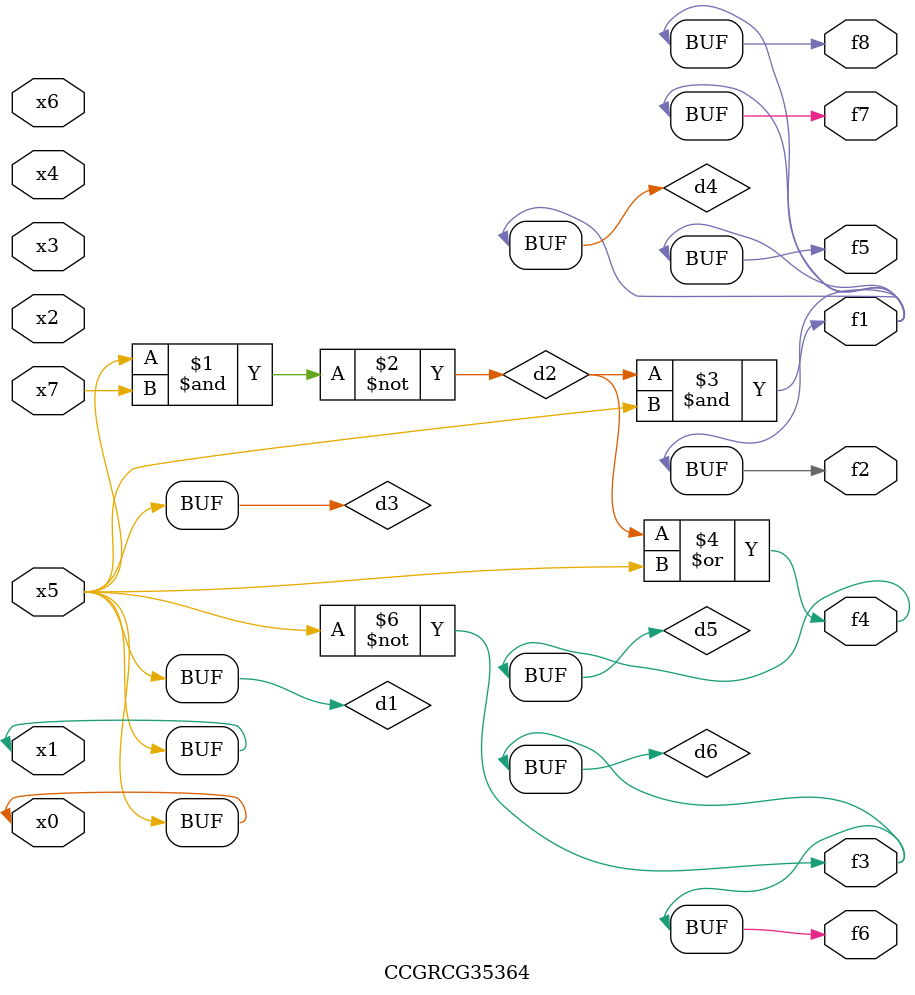
<source format=v>
module CCGRCG35364(
	input x0, x1, x2, x3, x4, x5, x6, x7,
	output f1, f2, f3, f4, f5, f6, f7, f8
);

	wire d1, d2, d3, d4, d5, d6;

	buf (d1, x0, x5);
	nand (d2, x5, x7);
	buf (d3, x0, x1);
	and (d4, d2, d3);
	or (d5, d2, d3);
	nor (d6, d1, d3);
	assign f1 = d4;
	assign f2 = d4;
	assign f3 = d6;
	assign f4 = d5;
	assign f5 = d4;
	assign f6 = d6;
	assign f7 = d4;
	assign f8 = d4;
endmodule

</source>
